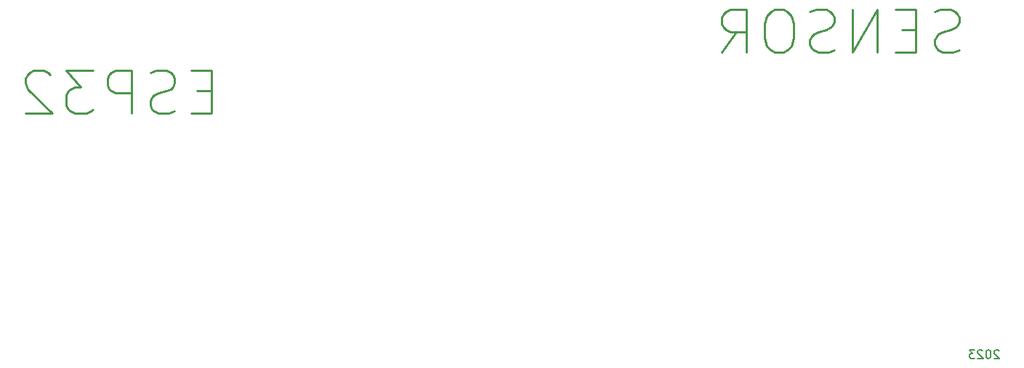
<source format=gbr>
%TF.GenerationSoftware,KiCad,Pcbnew,7.0.7*%
%TF.CreationDate,2023-09-19T21:30:54-07:00*%
%TF.ProjectId,PCB Layout,50434220-4c61-4796-9f75-742e6b696361,rev?*%
%TF.SameCoordinates,Original*%
%TF.FileFunction,Legend,Bot*%
%TF.FilePolarity,Positive*%
%FSLAX46Y46*%
G04 Gerber Fmt 4.6, Leading zero omitted, Abs format (unit mm)*
G04 Created by KiCad (PCBNEW 7.0.7) date 2023-09-19 21:30:54*
%MOMM*%
%LPD*%
G01*
G04 APERTURE LIST*
%ADD10C,0.250000*%
%ADD11C,0.150000*%
G04 APERTURE END LIST*
D10*
X210008146Y-84837000D02*
X209293860Y-85075095D01*
X209293860Y-85075095D02*
X208103384Y-85075095D01*
X208103384Y-85075095D02*
X207627193Y-84837000D01*
X207627193Y-84837000D02*
X207389098Y-84598904D01*
X207389098Y-84598904D02*
X207151003Y-84122714D01*
X207151003Y-84122714D02*
X207151003Y-83646523D01*
X207151003Y-83646523D02*
X207389098Y-83170333D01*
X207389098Y-83170333D02*
X207627193Y-82932238D01*
X207627193Y-82932238D02*
X208103384Y-82694142D01*
X208103384Y-82694142D02*
X209055765Y-82456047D01*
X209055765Y-82456047D02*
X209531955Y-82217952D01*
X209531955Y-82217952D02*
X209770050Y-81979857D01*
X209770050Y-81979857D02*
X210008146Y-81503666D01*
X210008146Y-81503666D02*
X210008146Y-81027476D01*
X210008146Y-81027476D02*
X209770050Y-80551285D01*
X209770050Y-80551285D02*
X209531955Y-80313190D01*
X209531955Y-80313190D02*
X209055765Y-80075095D01*
X209055765Y-80075095D02*
X207865288Y-80075095D01*
X207865288Y-80075095D02*
X207151003Y-80313190D01*
X205008145Y-82456047D02*
X203341479Y-82456047D01*
X202627193Y-85075095D02*
X205008145Y-85075095D01*
X205008145Y-85075095D02*
X205008145Y-80075095D01*
X205008145Y-80075095D02*
X202627193Y-80075095D01*
X200484335Y-85075095D02*
X200484335Y-80075095D01*
X200484335Y-80075095D02*
X197627192Y-85075095D01*
X197627192Y-85075095D02*
X197627192Y-80075095D01*
X195484336Y-84837000D02*
X194770050Y-85075095D01*
X194770050Y-85075095D02*
X193579574Y-85075095D01*
X193579574Y-85075095D02*
X193103383Y-84837000D01*
X193103383Y-84837000D02*
X192865288Y-84598904D01*
X192865288Y-84598904D02*
X192627193Y-84122714D01*
X192627193Y-84122714D02*
X192627193Y-83646523D01*
X192627193Y-83646523D02*
X192865288Y-83170333D01*
X192865288Y-83170333D02*
X193103383Y-82932238D01*
X193103383Y-82932238D02*
X193579574Y-82694142D01*
X193579574Y-82694142D02*
X194531955Y-82456047D01*
X194531955Y-82456047D02*
X195008145Y-82217952D01*
X195008145Y-82217952D02*
X195246240Y-81979857D01*
X195246240Y-81979857D02*
X195484336Y-81503666D01*
X195484336Y-81503666D02*
X195484336Y-81027476D01*
X195484336Y-81027476D02*
X195246240Y-80551285D01*
X195246240Y-80551285D02*
X195008145Y-80313190D01*
X195008145Y-80313190D02*
X194531955Y-80075095D01*
X194531955Y-80075095D02*
X193341478Y-80075095D01*
X193341478Y-80075095D02*
X192627193Y-80313190D01*
X189531954Y-80075095D02*
X188579573Y-80075095D01*
X188579573Y-80075095D02*
X188103383Y-80313190D01*
X188103383Y-80313190D02*
X187627192Y-80789380D01*
X187627192Y-80789380D02*
X187389097Y-81741761D01*
X187389097Y-81741761D02*
X187389097Y-83408428D01*
X187389097Y-83408428D02*
X187627192Y-84360809D01*
X187627192Y-84360809D02*
X188103383Y-84837000D01*
X188103383Y-84837000D02*
X188579573Y-85075095D01*
X188579573Y-85075095D02*
X189531954Y-85075095D01*
X189531954Y-85075095D02*
X190008145Y-84837000D01*
X190008145Y-84837000D02*
X190484335Y-84360809D01*
X190484335Y-84360809D02*
X190722431Y-83408428D01*
X190722431Y-83408428D02*
X190722431Y-81741761D01*
X190722431Y-81741761D02*
X190484335Y-80789380D01*
X190484335Y-80789380D02*
X190008145Y-80313190D01*
X190008145Y-80313190D02*
X189531954Y-80075095D01*
X182389097Y-85075095D02*
X184055764Y-82694142D01*
X185246240Y-85075095D02*
X185246240Y-80075095D01*
X185246240Y-80075095D02*
X183341478Y-80075095D01*
X183341478Y-80075095D02*
X182865288Y-80313190D01*
X182865288Y-80313190D02*
X182627193Y-80551285D01*
X182627193Y-80551285D02*
X182389097Y-81027476D01*
X182389097Y-81027476D02*
X182389097Y-81741761D01*
X182389097Y-81741761D02*
X182627193Y-82217952D01*
X182627193Y-82217952D02*
X182865288Y-82456047D01*
X182865288Y-82456047D02*
X183341478Y-82694142D01*
X183341478Y-82694142D02*
X185246240Y-82694142D01*
D11*
X214660839Y-119890057D02*
X214613220Y-119842438D01*
X214613220Y-119842438D02*
X214517982Y-119794819D01*
X214517982Y-119794819D02*
X214279887Y-119794819D01*
X214279887Y-119794819D02*
X214184649Y-119842438D01*
X214184649Y-119842438D02*
X214137030Y-119890057D01*
X214137030Y-119890057D02*
X214089411Y-119985295D01*
X214089411Y-119985295D02*
X214089411Y-120080533D01*
X214089411Y-120080533D02*
X214137030Y-120223390D01*
X214137030Y-120223390D02*
X214708458Y-120794819D01*
X214708458Y-120794819D02*
X214089411Y-120794819D01*
X213470363Y-119794819D02*
X213375125Y-119794819D01*
X213375125Y-119794819D02*
X213279887Y-119842438D01*
X213279887Y-119842438D02*
X213232268Y-119890057D01*
X213232268Y-119890057D02*
X213184649Y-119985295D01*
X213184649Y-119985295D02*
X213137030Y-120175771D01*
X213137030Y-120175771D02*
X213137030Y-120413866D01*
X213137030Y-120413866D02*
X213184649Y-120604342D01*
X213184649Y-120604342D02*
X213232268Y-120699580D01*
X213232268Y-120699580D02*
X213279887Y-120747200D01*
X213279887Y-120747200D02*
X213375125Y-120794819D01*
X213375125Y-120794819D02*
X213470363Y-120794819D01*
X213470363Y-120794819D02*
X213565601Y-120747200D01*
X213565601Y-120747200D02*
X213613220Y-120699580D01*
X213613220Y-120699580D02*
X213660839Y-120604342D01*
X213660839Y-120604342D02*
X213708458Y-120413866D01*
X213708458Y-120413866D02*
X213708458Y-120175771D01*
X213708458Y-120175771D02*
X213660839Y-119985295D01*
X213660839Y-119985295D02*
X213613220Y-119890057D01*
X213613220Y-119890057D02*
X213565601Y-119842438D01*
X213565601Y-119842438D02*
X213470363Y-119794819D01*
X212756077Y-119890057D02*
X212708458Y-119842438D01*
X212708458Y-119842438D02*
X212613220Y-119794819D01*
X212613220Y-119794819D02*
X212375125Y-119794819D01*
X212375125Y-119794819D02*
X212279887Y-119842438D01*
X212279887Y-119842438D02*
X212232268Y-119890057D01*
X212232268Y-119890057D02*
X212184649Y-119985295D01*
X212184649Y-119985295D02*
X212184649Y-120080533D01*
X212184649Y-120080533D02*
X212232268Y-120223390D01*
X212232268Y-120223390D02*
X212803696Y-120794819D01*
X212803696Y-120794819D02*
X212184649Y-120794819D01*
X211851315Y-119794819D02*
X211232268Y-119794819D01*
X211232268Y-119794819D02*
X211565601Y-120175771D01*
X211565601Y-120175771D02*
X211422744Y-120175771D01*
X211422744Y-120175771D02*
X211327506Y-120223390D01*
X211327506Y-120223390D02*
X211279887Y-120271009D01*
X211279887Y-120271009D02*
X211232268Y-120366247D01*
X211232268Y-120366247D02*
X211232268Y-120604342D01*
X211232268Y-120604342D02*
X211279887Y-120699580D01*
X211279887Y-120699580D02*
X211327506Y-120747200D01*
X211327506Y-120747200D02*
X211422744Y-120794819D01*
X211422744Y-120794819D02*
X211708458Y-120794819D01*
X211708458Y-120794819D02*
X211803696Y-120747200D01*
X211803696Y-120747200D02*
X211851315Y-120699580D01*
D10*
X122920050Y-89581047D02*
X121253384Y-89581047D01*
X120539098Y-92200095D02*
X122920050Y-92200095D01*
X122920050Y-92200095D02*
X122920050Y-87200095D01*
X122920050Y-87200095D02*
X120539098Y-87200095D01*
X118634336Y-91962000D02*
X117920050Y-92200095D01*
X117920050Y-92200095D02*
X116729574Y-92200095D01*
X116729574Y-92200095D02*
X116253383Y-91962000D01*
X116253383Y-91962000D02*
X116015288Y-91723904D01*
X116015288Y-91723904D02*
X115777193Y-91247714D01*
X115777193Y-91247714D02*
X115777193Y-90771523D01*
X115777193Y-90771523D02*
X116015288Y-90295333D01*
X116015288Y-90295333D02*
X116253383Y-90057238D01*
X116253383Y-90057238D02*
X116729574Y-89819142D01*
X116729574Y-89819142D02*
X117681955Y-89581047D01*
X117681955Y-89581047D02*
X118158145Y-89342952D01*
X118158145Y-89342952D02*
X118396240Y-89104857D01*
X118396240Y-89104857D02*
X118634336Y-88628666D01*
X118634336Y-88628666D02*
X118634336Y-88152476D01*
X118634336Y-88152476D02*
X118396240Y-87676285D01*
X118396240Y-87676285D02*
X118158145Y-87438190D01*
X118158145Y-87438190D02*
X117681955Y-87200095D01*
X117681955Y-87200095D02*
X116491478Y-87200095D01*
X116491478Y-87200095D02*
X115777193Y-87438190D01*
X113634335Y-92200095D02*
X113634335Y-87200095D01*
X113634335Y-87200095D02*
X111729573Y-87200095D01*
X111729573Y-87200095D02*
X111253383Y-87438190D01*
X111253383Y-87438190D02*
X111015288Y-87676285D01*
X111015288Y-87676285D02*
X110777192Y-88152476D01*
X110777192Y-88152476D02*
X110777192Y-88866761D01*
X110777192Y-88866761D02*
X111015288Y-89342952D01*
X111015288Y-89342952D02*
X111253383Y-89581047D01*
X111253383Y-89581047D02*
X111729573Y-89819142D01*
X111729573Y-89819142D02*
X113634335Y-89819142D01*
X109110526Y-87200095D02*
X106015288Y-87200095D01*
X106015288Y-87200095D02*
X107681954Y-89104857D01*
X107681954Y-89104857D02*
X106967669Y-89104857D01*
X106967669Y-89104857D02*
X106491478Y-89342952D01*
X106491478Y-89342952D02*
X106253383Y-89581047D01*
X106253383Y-89581047D02*
X106015288Y-90057238D01*
X106015288Y-90057238D02*
X106015288Y-91247714D01*
X106015288Y-91247714D02*
X106253383Y-91723904D01*
X106253383Y-91723904D02*
X106491478Y-91962000D01*
X106491478Y-91962000D02*
X106967669Y-92200095D01*
X106967669Y-92200095D02*
X108396240Y-92200095D01*
X108396240Y-92200095D02*
X108872431Y-91962000D01*
X108872431Y-91962000D02*
X109110526Y-91723904D01*
X104110526Y-87676285D02*
X103872430Y-87438190D01*
X103872430Y-87438190D02*
X103396240Y-87200095D01*
X103396240Y-87200095D02*
X102205764Y-87200095D01*
X102205764Y-87200095D02*
X101729573Y-87438190D01*
X101729573Y-87438190D02*
X101491478Y-87676285D01*
X101491478Y-87676285D02*
X101253383Y-88152476D01*
X101253383Y-88152476D02*
X101253383Y-88628666D01*
X101253383Y-88628666D02*
X101491478Y-89342952D01*
X101491478Y-89342952D02*
X104348621Y-92200095D01*
X104348621Y-92200095D02*
X101253383Y-92200095D01*
M02*

</source>
